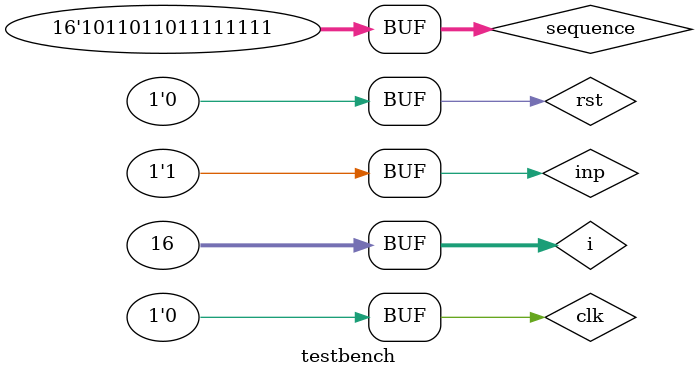
<source format=v>
module fsm(clk, rst, in, out);

    input clk, rst, in;
    output out;
    reg [0:2] state;
    reg out;
    
    always @(posedge clk, posedge rst)
    begin
        if(rst)
            begin
                state <= 3'd0;
                out <= 1'b0;
            end

        else 
            begin 
                case(state) 
                    3'd0: 
                    begin 
                        if(in) 
                            begin
                                state <= 3'd1;
                                out <= 1'b0;  
                            end  
                        else
                            begin
                                state <= 3'd0;
                                out <= 1'b0;
                            end
                    end 
                    3'd1:
                    begin
                        if(in)
                            begin
                                state <= 3'd1;
                                out <= 1'b0;
                            end 
                        else
                            begin
                                state <= 3'd2;
                                out <= 1'b0;
                            end
                    end
                    3'd2:
                    begin
                        if(in)
                            begin
                                state <= 3'd3;
                                out <= 1'b0;
                            end 
                        else
                            begin
                                state <= 3'd0;
                                out <= 1'b0;
                            end
                    end
                    3'd3:
                    begin
                        if(in)
                            begin
                                state <= 3'd4;
                                out <= 1'b0;
                            end 
                        else
                            begin
                                state <= 3'd0;
                                out <= 1'b0;
                            end
                    end
                    3'd4:
                    begin
                        if(in)
                            begin
                                state <= 3'd1;
                                out <= 1'b0;
                            end 
                        else
                            begin
                                state <= 3'd2;
                                out <= 1'b1;
                            end
                    end
                endcase
            end
    end
endmodule

module testbench;

reg  clk, rst, inp; 
wire outp; 
reg[0:15] sequence; 
integer i; 
 
fsm a( clk, rst, inp, outp); 
 
initial 
begin 
clk = 0; 
rst = 1; 
sequence = 16'b1011011011111111; 
#5 rst = 0; 
 
for( i = 0; i <= 15; i = i + 1) 
begin 
inp = sequence[i]; 
#2 clk = 1; 
#2 clk = 0; 
$display("State = ", a.state, " Input = ", inp, ", Output = ", outp); 
end 
end

endmodule
</source>
